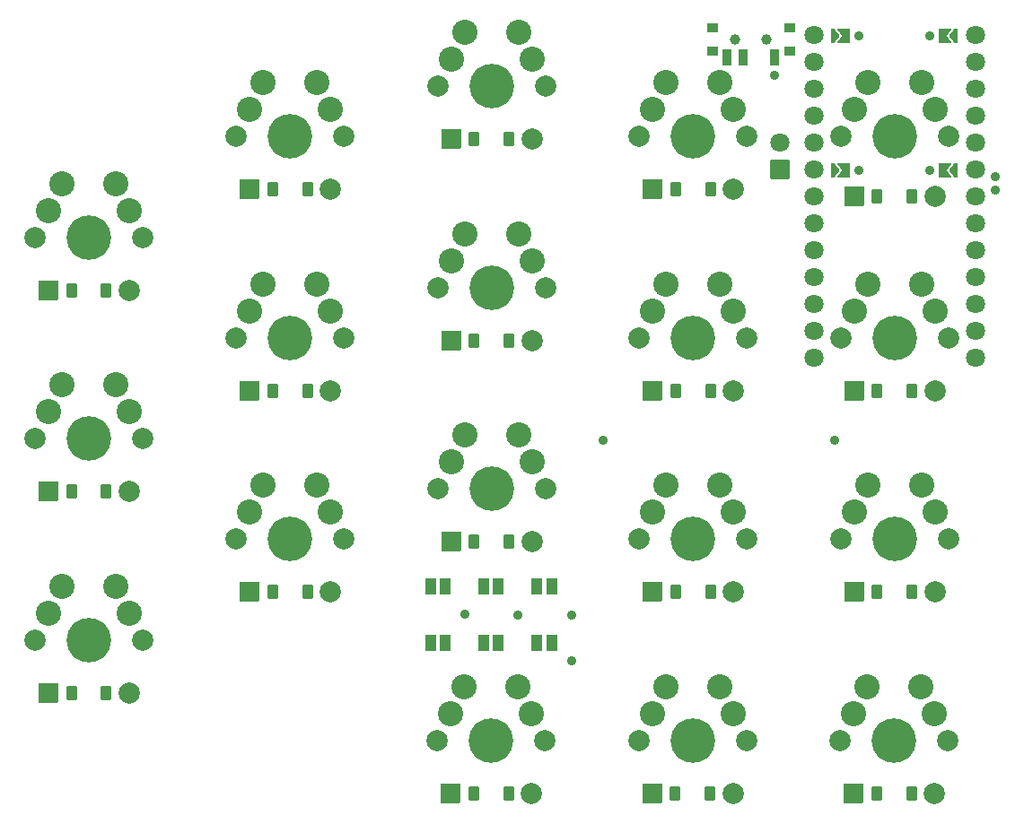
<source format=gbr>
%TF.GenerationSoftware,KiCad,Pcbnew,9.0.4*%
%TF.CreationDate,2025-08-20T23:04:38+02:00*%
%TF.ProjectId,PlusMinus38,506c7573-4d69-46e7-9573-33382e6b6963,v1.0.0*%
%TF.SameCoordinates,Original*%
%TF.FileFunction,Soldermask,Top*%
%TF.FilePolarity,Negative*%
%FSLAX46Y46*%
G04 Gerber Fmt 4.6, Leading zero omitted, Abs format (unit mm)*
G04 Created by KiCad (PCBNEW 9.0.4) date 2025-08-20 23:04:38*
%MOMM*%
%LPD*%
G01*
G04 APERTURE LIST*
G04 Aperture macros list*
%AMRoundRect*
0 Rectangle with rounded corners*
0 $1 Rounding radius*
0 $2 $3 $4 $5 $6 $7 $8 $9 X,Y pos of 4 corners*
0 Add a 4 corners polygon primitive as box body*
4,1,4,$2,$3,$4,$5,$6,$7,$8,$9,$2,$3,0*
0 Add four circle primitives for the rounded corners*
1,1,$1+$1,$2,$3*
1,1,$1+$1,$4,$5*
1,1,$1+$1,$6,$7*
1,1,$1+$1,$8,$9*
0 Add four rect primitives between the rounded corners*
20,1,$1+$1,$2,$3,$4,$5,0*
20,1,$1+$1,$4,$5,$6,$7,0*
20,1,$1+$1,$6,$7,$8,$9,0*
20,1,$1+$1,$8,$9,$2,$3,0*%
%AMFreePoly0*
4,1,16,0.535355,0.660355,0.550000,0.625000,0.550000,-0.625000,0.535355,-0.660355,0.500000,-0.675000,-0.650000,-0.675000,-0.685355,-0.660355,-0.700000,-0.625000,-0.689043,-0.593765,-0.214031,0.000000,-0.689043,0.593765,-0.699694,0.630522,-0.681235,0.664043,-0.650000,0.675000,0.500000,0.675000,0.535355,0.660355,0.535355,0.660355,$1*%
%AMFreePoly1*
4,1,16,-0.214645,0.660355,-0.210957,0.656235,0.289043,0.031235,0.299694,-0.005522,0.289043,-0.031235,-0.210957,-0.656235,-0.244478,-0.674694,-0.250000,-0.675000,-0.500000,-0.675000,-0.535355,-0.660355,-0.550000,-0.625000,-0.550000,0.625000,-0.535355,0.660355,-0.500000,0.675000,-0.250000,0.675000,-0.214645,0.660355,-0.214645,0.660355,$1*%
G04 Aperture macros list end*
%ADD10C,0.900000*%
%ADD11RoundRect,0.050000X0.350000X0.750000X-0.350000X0.750000X-0.350000X-0.750000X0.350000X-0.750000X0*%
%ADD12RoundRect,0.050000X0.500000X0.400000X-0.500000X0.400000X-0.500000X-0.400000X0.500000X-0.400000X0*%
%ADD13C,1.000000*%
%ADD14RoundRect,0.050000X-0.889000X-0.889000X0.889000X-0.889000X0.889000X0.889000X-0.889000X0.889000X0*%
%ADD15RoundRect,0.050000X-0.450000X-0.600000X0.450000X-0.600000X0.450000X0.600000X-0.450000X0.600000X0*%
%ADD16C,2.005000*%
%ADD17FreePoly0,180.000000*%
%ADD18C,1.800000*%
%ADD19FreePoly1,180.000000*%
%ADD20FreePoly0,0.000000*%
%ADD21C,2.000000*%
%ADD22C,4.200000*%
%ADD23C,2.386000*%
%ADD24RoundRect,0.050000X0.850000X0.850000X-0.850000X0.850000X-0.850000X-0.850000X0.850000X-0.850000X0*%
%ADD25FreePoly1,0.000000*%
%ADD26RoundRect,0.050000X-0.500000X0.700000X-0.500000X-0.700000X0.500000X-0.700000X0.500000X0.700000X0*%
G04 APERTURE END LIST*
D10*
%TO.C,*%
X114050000Y-46350000D03*
%TD*%
D11*
%TO.C,PWR1*%
X109554000Y-44696000D03*
X111054000Y-44696000D03*
X114054000Y-44696000D03*
D12*
X115454000Y-41836000D03*
X108154000Y-41836000D03*
D13*
X113304000Y-42936000D03*
X110304000Y-42936000D03*
D12*
X115454000Y-44046000D03*
X108154000Y-44046000D03*
%TD*%
D14*
%TO.C,D9*%
X83530000Y-52380000D03*
D15*
X85690000Y-52380000D03*
X88990000Y-52380000D03*
D16*
X91150000Y-52380000D03*
%TD*%
D10*
%TO.C,*%
X119725611Y-80779000D03*
%TD*%
D14*
%TO.C,D6*%
X64530000Y-57142500D03*
D15*
X66690000Y-57142500D03*
X69990000Y-57142500D03*
D16*
X72150000Y-57142500D03*
%TD*%
D10*
%TO.C,*%
X94850000Y-97286250D03*
%TD*%
D14*
%TO.C,D17*%
X102480000Y-114192500D03*
D15*
X104640000Y-114192500D03*
X107940000Y-114192500D03*
D16*
X110100000Y-114192500D03*
%TD*%
D14*
%TO.C,D13*%
X121530000Y-95142500D03*
D15*
X123690000Y-95142500D03*
X126990000Y-95142500D03*
D16*
X129150000Y-95142500D03*
%TD*%
D14*
%TO.C,D18*%
X121480000Y-114192500D03*
D15*
X123640000Y-114192500D03*
X126940000Y-114192500D03*
D16*
X129100000Y-114192500D03*
%TD*%
D14*
%TO.C,D12*%
X102530000Y-57142500D03*
D15*
X104690000Y-57142500D03*
X107990000Y-57142500D03*
D16*
X110150000Y-57142500D03*
%TD*%
D10*
%TO.C,*%
X128680000Y-42642500D03*
%TD*%
D17*
%TO.C,*%
X130055000Y-42642500D03*
%TD*%
D14*
%TO.C,D2*%
X45530000Y-85667500D03*
D15*
X47690000Y-85667500D03*
X50990000Y-85667500D03*
D16*
X53150000Y-85667500D03*
%TD*%
D18*
%TO.C,MCU1*%
X132960000Y-45107500D03*
X132960000Y-47647500D03*
X132960000Y-50187500D03*
X132960000Y-52727500D03*
X132960000Y-55267500D03*
X132960000Y-57807500D03*
X132960000Y-60347500D03*
X132960000Y-62887500D03*
X132960000Y-65427500D03*
X132960000Y-67967500D03*
X132960000Y-70507500D03*
X132960000Y-73047500D03*
X117720000Y-73047500D03*
X117720000Y-70507500D03*
X117720000Y-67967500D03*
X117720000Y-65427500D03*
X117720000Y-62887500D03*
X117720000Y-60347500D03*
X117720000Y-57807500D03*
X117720000Y-55267500D03*
X117720000Y-52727500D03*
X117720000Y-50187500D03*
X117720000Y-47647500D03*
X117720000Y-45107500D03*
%TD*%
D10*
%TO.C,*%
X134850000Y-57150000D03*
%TD*%
D19*
%TO.C,*%
X130780000Y-55367500D03*
%TD*%
D10*
%TO.C,*%
X122000000Y-55367500D03*
%TD*%
D14*
%TO.C,D16*%
X83480000Y-114192500D03*
D15*
X85640000Y-114192500D03*
X88940000Y-114192500D03*
D16*
X91100000Y-114192500D03*
%TD*%
D14*
%TO.C,D7*%
X83530000Y-90380000D03*
D15*
X85690000Y-90380000D03*
X88990000Y-90380000D03*
D16*
X91150000Y-90380000D03*
%TD*%
D18*
%TO.C,*%
X132960000Y-42567500D03*
%TD*%
D20*
%TO.C,*%
X120625000Y-55367500D03*
%TD*%
D19*
%TO.C,*%
X130780000Y-42642500D03*
%TD*%
D14*
%TO.C,D4*%
X64530000Y-95142500D03*
D15*
X66690000Y-95142500D03*
X69990000Y-95142500D03*
D16*
X72150000Y-95142500D03*
%TD*%
D14*
%TO.C,D14*%
X121530000Y-76142500D03*
D15*
X123690000Y-76142500D03*
X126990000Y-76142500D03*
D16*
X129150000Y-76142500D03*
%TD*%
D10*
%TO.C,*%
X97825611Y-80779000D03*
%TD*%
%TO.C,*%
X122000000Y-42642500D03*
%TD*%
%TO.C,*%
X89850000Y-97286250D03*
%TD*%
%TO.C,*%
X84800000Y-97250000D03*
%TD*%
%TO.C,*%
X128680000Y-55367500D03*
%TD*%
D21*
%TO.C,S15*%
X130420000Y-52142500D03*
D22*
X125340000Y-52142500D03*
D21*
X120260000Y-52142500D03*
D23*
X127880000Y-47062500D03*
X122800000Y-47062500D03*
X129150000Y-49602500D03*
X121530000Y-49602500D03*
%TD*%
D20*
%TO.C,*%
X120625000Y-42642500D03*
%TD*%
D14*
%TO.C,D3*%
X45530000Y-66667500D03*
D15*
X47690000Y-66667500D03*
X50990000Y-66667500D03*
D16*
X53150000Y-66667500D03*
%TD*%
D14*
%TO.C,D15*%
X121530000Y-57807500D03*
D15*
X123690000Y-57807500D03*
X126990000Y-57807500D03*
D16*
X129150000Y-57807500D03*
%TD*%
D10*
%TO.C,*%
X94850000Y-101600000D03*
%TD*%
D24*
%TO.C,BAT*%
X114554000Y-55236000D03*
D18*
X114554000Y-52696000D03*
%TD*%
D14*
%TO.C,D10*%
X102530000Y-95142500D03*
D15*
X104690000Y-95142500D03*
X107990000Y-95142500D03*
D16*
X110150000Y-95142500D03*
%TD*%
D14*
%TO.C,D11*%
X102530000Y-76142500D03*
D15*
X104690000Y-76142500D03*
X107990000Y-76142500D03*
D16*
X110150000Y-76142500D03*
%TD*%
D10*
%TO.C,*%
X134854000Y-55950000D03*
%TD*%
D17*
%TO.C,*%
X130055000Y-55367500D03*
%TD*%
D18*
%TO.C,*%
X117720000Y-42567500D03*
%TD*%
D14*
%TO.C,D1*%
X45530000Y-104667500D03*
D15*
X47690000Y-104667500D03*
X50990000Y-104667500D03*
D16*
X53150000Y-104667500D03*
%TD*%
D14*
%TO.C,D8*%
X83530000Y-71380000D03*
D15*
X85690000Y-71380000D03*
X88990000Y-71380000D03*
D16*
X91150000Y-71380000D03*
%TD*%
D25*
%TO.C,*%
X119900000Y-55367500D03*
%TD*%
%TO.C,*%
X119900000Y-42642500D03*
%TD*%
D14*
%TO.C,D5*%
X64530000Y-76142500D03*
D15*
X66690000Y-76142500D03*
X69990000Y-76142500D03*
D16*
X72150000Y-76142500D03*
%TD*%
D21*
%TO.C,S4*%
X63260000Y-90142500D03*
D22*
X68340000Y-90142500D03*
D21*
X73420000Y-90142500D03*
D23*
X65800000Y-85062500D03*
X70880000Y-85062500D03*
X64530000Y-87602500D03*
X72150000Y-87602500D03*
%TD*%
D21*
%TO.C,S17*%
X101210000Y-109192500D03*
D22*
X106290000Y-109192500D03*
D21*
X111370000Y-109192500D03*
D23*
X103750000Y-104112500D03*
X108830000Y-104112500D03*
X102480000Y-106652500D03*
X110100000Y-106652500D03*
%TD*%
D26*
%TO.C,LED1*%
X82990000Y-99986250D03*
X81590000Y-99986250D03*
X81590000Y-94586250D03*
X82990000Y-94586250D03*
%TD*%
D21*
%TO.C,S9*%
X82260000Y-47380000D03*
D22*
X87340000Y-47380000D03*
D21*
X92420000Y-47380000D03*
D23*
X84800000Y-42300000D03*
X89880000Y-42300000D03*
X83530000Y-44840000D03*
X91150000Y-44840000D03*
%TD*%
D21*
%TO.C,S2*%
X44260000Y-80667500D03*
D22*
X49340000Y-80667500D03*
D21*
X54420000Y-80667500D03*
D23*
X46800000Y-75587500D03*
X51880000Y-75587500D03*
X45530000Y-78127500D03*
X53150000Y-78127500D03*
%TD*%
D21*
%TO.C,S3*%
X44260000Y-61667500D03*
D22*
X49340000Y-61667500D03*
D21*
X54420000Y-61667500D03*
D23*
X46800000Y-56587500D03*
X51880000Y-56587500D03*
X45530000Y-59127500D03*
X53150000Y-59127500D03*
%TD*%
D21*
%TO.C,S10*%
X101260000Y-90142500D03*
D22*
X106340000Y-90142500D03*
D21*
X111420000Y-90142500D03*
D23*
X103800000Y-85062500D03*
X108880000Y-85062500D03*
X102530000Y-87602500D03*
X110150000Y-87602500D03*
%TD*%
D21*
%TO.C,S11*%
X101260000Y-71142500D03*
D22*
X106340000Y-71142500D03*
D21*
X111420000Y-71142500D03*
D23*
X103800000Y-66062500D03*
X108880000Y-66062500D03*
X102530000Y-68602500D03*
X110150000Y-68602500D03*
%TD*%
D21*
%TO.C,S18*%
X120210000Y-109192500D03*
D22*
X125290000Y-109192500D03*
D21*
X130370000Y-109192500D03*
D23*
X122750000Y-104112500D03*
X127830000Y-104112500D03*
X121480000Y-106652500D03*
X129100000Y-106652500D03*
%TD*%
D26*
%TO.C,LED1*%
X87990000Y-99986250D03*
X86590000Y-99986250D03*
X86590000Y-94586250D03*
X87990000Y-94586250D03*
%TD*%
D21*
%TO.C,S8*%
X82260000Y-66380000D03*
D22*
X87340000Y-66380000D03*
D21*
X92420000Y-66380000D03*
D23*
X84800000Y-61300000D03*
X89880000Y-61300000D03*
X83530000Y-63840000D03*
X91150000Y-63840000D03*
%TD*%
D21*
%TO.C,S6*%
X63260000Y-52142500D03*
D22*
X68340000Y-52142500D03*
D21*
X73420000Y-52142500D03*
D23*
X65800000Y-47062500D03*
X70880000Y-47062500D03*
X64530000Y-49602500D03*
X72150000Y-49602500D03*
%TD*%
D26*
%TO.C,LED1*%
X92990000Y-99986250D03*
X91590000Y-99986250D03*
X91590000Y-94586250D03*
X92990000Y-94586250D03*
%TD*%
D21*
%TO.C,S1*%
X44260000Y-99667500D03*
D22*
X49340000Y-99667500D03*
D21*
X54420000Y-99667500D03*
D23*
X46800000Y-94587500D03*
X51880000Y-94587500D03*
X45530000Y-97127500D03*
X53150000Y-97127500D03*
%TD*%
D21*
%TO.C,S12*%
X101260000Y-52142500D03*
D22*
X106340000Y-52142500D03*
D21*
X111420000Y-52142500D03*
D23*
X103800000Y-47062500D03*
X108880000Y-47062500D03*
X102530000Y-49602500D03*
X110150000Y-49602500D03*
%TD*%
D21*
%TO.C,S7*%
X82260000Y-85380000D03*
D22*
X87340000Y-85380000D03*
D21*
X92420000Y-85380000D03*
D23*
X84800000Y-80300000D03*
X89880000Y-80300000D03*
X83530000Y-82840000D03*
X91150000Y-82840000D03*
%TD*%
D21*
%TO.C,S16*%
X82210000Y-109192500D03*
D22*
X87290000Y-109192500D03*
D21*
X92370000Y-109192500D03*
D23*
X84750000Y-104112500D03*
X89830000Y-104112500D03*
X83480000Y-106652500D03*
X91100000Y-106652500D03*
%TD*%
D21*
%TO.C,S14*%
X120260000Y-71142500D03*
D22*
X125340000Y-71142500D03*
D21*
X130420000Y-71142500D03*
D23*
X122800000Y-66062500D03*
X127880000Y-66062500D03*
X121530000Y-68602500D03*
X129150000Y-68602500D03*
%TD*%
D21*
%TO.C,S5*%
X63260000Y-71142500D03*
D22*
X68340000Y-71142500D03*
D21*
X73420000Y-71142500D03*
D23*
X65800000Y-66062500D03*
X70880000Y-66062500D03*
X64530000Y-68602500D03*
X72150000Y-68602500D03*
%TD*%
D21*
%TO.C,S13*%
X120260000Y-90142500D03*
D22*
X125340000Y-90142500D03*
D21*
X130420000Y-90142500D03*
D23*
X122800000Y-85062500D03*
X127880000Y-85062500D03*
X121530000Y-87602500D03*
X129150000Y-87602500D03*
%TD*%
M02*

</source>
